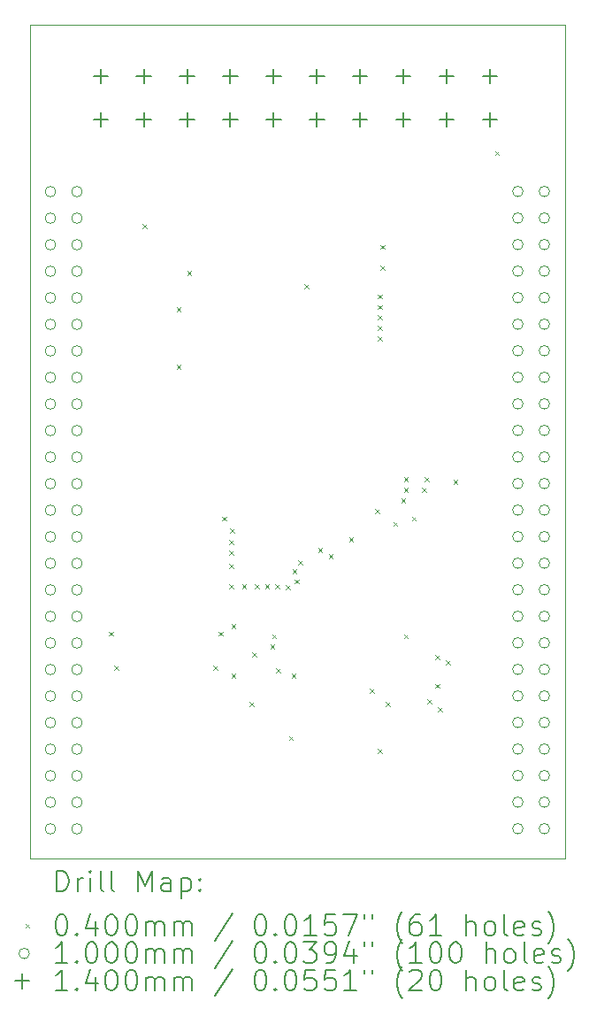
<source format=gbr>
%TF.GenerationSoftware,KiCad,Pcbnew,7.0.6*%
%TF.CreationDate,2023-07-13T10:31:53-07:00*%
%TF.ProjectId,pcb,7063622e-6b69-4636-9164-5f7063625858,rev?*%
%TF.SameCoordinates,Original*%
%TF.FileFunction,Drillmap*%
%TF.FilePolarity,Positive*%
%FSLAX45Y45*%
G04 Gerber Fmt 4.5, Leading zero omitted, Abs format (unit mm)*
G04 Created by KiCad (PCBNEW 7.0.6) date 2023-07-13 10:31:53*
%MOMM*%
%LPD*%
G01*
G04 APERTURE LIST*
%ADD10C,0.100000*%
%ADD11C,0.200000*%
%ADD12C,0.040000*%
%ADD13C,0.140000*%
G04 APERTURE END LIST*
D10*
X6075000Y-3825000D02*
X11200000Y-3825000D01*
X11200000Y-11800000D01*
X6075000Y-11800000D01*
X6075000Y-3825000D01*
D11*
D12*
X6830000Y-9630000D02*
X6870000Y-9670000D01*
X6870000Y-9630000D02*
X6830000Y-9670000D01*
X6880000Y-9955000D02*
X6920000Y-9995000D01*
X6920000Y-9955000D02*
X6880000Y-9995000D01*
X7155000Y-5730000D02*
X7195000Y-5770000D01*
X7195000Y-5730000D02*
X7155000Y-5770000D01*
X7480000Y-6530000D02*
X7520000Y-6570000D01*
X7520000Y-6530000D02*
X7480000Y-6570000D01*
X7480000Y-7080000D02*
X7520000Y-7120000D01*
X7520000Y-7080000D02*
X7480000Y-7120000D01*
X7580000Y-6180000D02*
X7620000Y-6220000D01*
X7620000Y-6180000D02*
X7580000Y-6220000D01*
X7830000Y-9955000D02*
X7870000Y-9995000D01*
X7870000Y-9955000D02*
X7830000Y-9995000D01*
X7880000Y-9630000D02*
X7920000Y-9670000D01*
X7920000Y-9630000D02*
X7880000Y-9670000D01*
X7917450Y-8530000D02*
X7957450Y-8570000D01*
X7957450Y-8530000D02*
X7917450Y-8570000D01*
X7980000Y-8755000D02*
X8020000Y-8795000D01*
X8020000Y-8755000D02*
X7980000Y-8795000D01*
X7980000Y-9180000D02*
X8020000Y-9220000D01*
X8020000Y-9180000D02*
X7980000Y-9220000D01*
X7981230Y-8981230D02*
X8021230Y-9021230D01*
X8021230Y-8981230D02*
X7981230Y-9021230D01*
X7981255Y-8856205D02*
X8021255Y-8896205D01*
X8021255Y-8856205D02*
X7981255Y-8896205D01*
X7991270Y-8641270D02*
X8031270Y-8681270D01*
X8031270Y-8641270D02*
X7991270Y-8681270D01*
X8005000Y-9557550D02*
X8045000Y-9597550D01*
X8045000Y-9557550D02*
X8005000Y-9597550D01*
X8005000Y-10030000D02*
X8045000Y-10070000D01*
X8045000Y-10030000D02*
X8005000Y-10070000D01*
X8105000Y-9180000D02*
X8145000Y-9220000D01*
X8145000Y-9180000D02*
X8105000Y-9220000D01*
X8180000Y-10305000D02*
X8220000Y-10345000D01*
X8220000Y-10305000D02*
X8180000Y-10345000D01*
X8205000Y-9830000D02*
X8245000Y-9870000D01*
X8245000Y-9830000D02*
X8205000Y-9870000D01*
X8225958Y-9179998D02*
X8265958Y-9219998D01*
X8265958Y-9179998D02*
X8225958Y-9219998D01*
X8325908Y-9180047D02*
X8365908Y-9220047D01*
X8365908Y-9180047D02*
X8325908Y-9220047D01*
X8377450Y-9755000D02*
X8417450Y-9795000D01*
X8417450Y-9755000D02*
X8377450Y-9795000D01*
X8392734Y-9656225D02*
X8432734Y-9696225D01*
X8432734Y-9656225D02*
X8392734Y-9696225D01*
X8425852Y-9178900D02*
X8465852Y-9218900D01*
X8465852Y-9178900D02*
X8425852Y-9218900D01*
X8430000Y-9980000D02*
X8470000Y-10020000D01*
X8470000Y-9980000D02*
X8430000Y-10020000D01*
X8525731Y-9182669D02*
X8565731Y-9222669D01*
X8565731Y-9182669D02*
X8525731Y-9222669D01*
X8555000Y-10630000D02*
X8595000Y-10670000D01*
X8595000Y-10630000D02*
X8555000Y-10670000D01*
X8580000Y-10030000D02*
X8620000Y-10070000D01*
X8620000Y-10030000D02*
X8580000Y-10070000D01*
X8588812Y-9032113D02*
X8628812Y-9072113D01*
X8628812Y-9032113D02*
X8588812Y-9072113D01*
X8610483Y-9129686D02*
X8650483Y-9169686D01*
X8650483Y-9129686D02*
X8610483Y-9169686D01*
X8640050Y-8946295D02*
X8680050Y-8986295D01*
X8680050Y-8946295D02*
X8640050Y-8986295D01*
X8705000Y-6305000D02*
X8745000Y-6345000D01*
X8745000Y-6305000D02*
X8705000Y-6345000D01*
X8832956Y-8832589D02*
X8872956Y-8872589D01*
X8872956Y-8832589D02*
X8832956Y-8872589D01*
X8935377Y-8887550D02*
X8975377Y-8927550D01*
X8975377Y-8887550D02*
X8935377Y-8927550D01*
X9130000Y-8730000D02*
X9170000Y-8770000D01*
X9170000Y-8730000D02*
X9130000Y-8770000D01*
X9330045Y-10177495D02*
X9370045Y-10217495D01*
X9370045Y-10177495D02*
X9330045Y-10217495D01*
X9378770Y-8456230D02*
X9418770Y-8496230D01*
X9418770Y-8456230D02*
X9378770Y-8496230D01*
X9405000Y-6405199D02*
X9445000Y-6445199D01*
X9445000Y-6405199D02*
X9405000Y-6445199D01*
X9405000Y-6505149D02*
X9445000Y-6545149D01*
X9445000Y-6505149D02*
X9405000Y-6545149D01*
X9405000Y-6605099D02*
X9445000Y-6645099D01*
X9445000Y-6605099D02*
X9405000Y-6645099D01*
X9405000Y-6705050D02*
X9445000Y-6745050D01*
X9445000Y-6705050D02*
X9405000Y-6745050D01*
X9405000Y-6805000D02*
X9445000Y-6845000D01*
X9445000Y-6805000D02*
X9405000Y-6845000D01*
X9405000Y-10755000D02*
X9445000Y-10795000D01*
X9445000Y-10755000D02*
X9405000Y-10795000D01*
X9430000Y-5930000D02*
X9470000Y-5970000D01*
X9470000Y-5930000D02*
X9430000Y-5970000D01*
X9430000Y-6130000D02*
X9470000Y-6170000D01*
X9470000Y-6130000D02*
X9430000Y-6170000D01*
X9480000Y-10305000D02*
X9520000Y-10345000D01*
X9520000Y-10305000D02*
X9480000Y-10345000D01*
X9552450Y-8580000D02*
X9592450Y-8620000D01*
X9592450Y-8580000D02*
X9552450Y-8620000D01*
X9630000Y-8355000D02*
X9670000Y-8395000D01*
X9670000Y-8355000D02*
X9630000Y-8395000D01*
X9655000Y-8155000D02*
X9695000Y-8195000D01*
X9695000Y-8155000D02*
X9655000Y-8195000D01*
X9655000Y-8254950D02*
X9695000Y-8294950D01*
X9695000Y-8254950D02*
X9655000Y-8294950D01*
X9655000Y-9655000D02*
X9695000Y-9695000D01*
X9695000Y-9655000D02*
X9655000Y-9695000D01*
X9730000Y-8530000D02*
X9770000Y-8570000D01*
X9770000Y-8530000D02*
X9730000Y-8570000D01*
X9830000Y-8255000D02*
X9870000Y-8295000D01*
X9870000Y-8255000D02*
X9830000Y-8295000D01*
X9855000Y-8155000D02*
X9895000Y-8195000D01*
X9895000Y-8155000D02*
X9855000Y-8195000D01*
X9880000Y-10280000D02*
X9920000Y-10320000D01*
X9920000Y-10280000D02*
X9880000Y-10320000D01*
X9955000Y-9855000D02*
X9995000Y-9895000D01*
X9995000Y-9855000D02*
X9955000Y-9895000D01*
X9956230Y-10128770D02*
X9996230Y-10168770D01*
X9996230Y-10128770D02*
X9956230Y-10168770D01*
X9980000Y-10355000D02*
X10020000Y-10395000D01*
X10020000Y-10355000D02*
X9980000Y-10395000D01*
X10056230Y-9903770D02*
X10096230Y-9943770D01*
X10096230Y-9903770D02*
X10056230Y-9943770D01*
X10130000Y-8180000D02*
X10170000Y-8220000D01*
X10170000Y-8180000D02*
X10130000Y-8220000D01*
X10526085Y-5033915D02*
X10566085Y-5073915D01*
X10566085Y-5033915D02*
X10526085Y-5073915D01*
D10*
X6321000Y-5421000D02*
G75*
G03*
X6321000Y-5421000I-50000J0D01*
G01*
X6321000Y-5675000D02*
G75*
G03*
X6321000Y-5675000I-50000J0D01*
G01*
X6321000Y-5929000D02*
G75*
G03*
X6321000Y-5929000I-50000J0D01*
G01*
X6321000Y-6183000D02*
G75*
G03*
X6321000Y-6183000I-50000J0D01*
G01*
X6321000Y-6437000D02*
G75*
G03*
X6321000Y-6437000I-50000J0D01*
G01*
X6321000Y-6691000D02*
G75*
G03*
X6321000Y-6691000I-50000J0D01*
G01*
X6321000Y-6945000D02*
G75*
G03*
X6321000Y-6945000I-50000J0D01*
G01*
X6321000Y-7199000D02*
G75*
G03*
X6321000Y-7199000I-50000J0D01*
G01*
X6321000Y-7453000D02*
G75*
G03*
X6321000Y-7453000I-50000J0D01*
G01*
X6321000Y-7707000D02*
G75*
G03*
X6321000Y-7707000I-50000J0D01*
G01*
X6321000Y-7961000D02*
G75*
G03*
X6321000Y-7961000I-50000J0D01*
G01*
X6321000Y-8215000D02*
G75*
G03*
X6321000Y-8215000I-50000J0D01*
G01*
X6321000Y-8469000D02*
G75*
G03*
X6321000Y-8469000I-50000J0D01*
G01*
X6321000Y-8723000D02*
G75*
G03*
X6321000Y-8723000I-50000J0D01*
G01*
X6321000Y-8977000D02*
G75*
G03*
X6321000Y-8977000I-50000J0D01*
G01*
X6321000Y-9231000D02*
G75*
G03*
X6321000Y-9231000I-50000J0D01*
G01*
X6321000Y-9485000D02*
G75*
G03*
X6321000Y-9485000I-50000J0D01*
G01*
X6321000Y-9739000D02*
G75*
G03*
X6321000Y-9739000I-50000J0D01*
G01*
X6321000Y-9993000D02*
G75*
G03*
X6321000Y-9993000I-50000J0D01*
G01*
X6321000Y-10247000D02*
G75*
G03*
X6321000Y-10247000I-50000J0D01*
G01*
X6321000Y-10501000D02*
G75*
G03*
X6321000Y-10501000I-50000J0D01*
G01*
X6321000Y-10755000D02*
G75*
G03*
X6321000Y-10755000I-50000J0D01*
G01*
X6321000Y-11009000D02*
G75*
G03*
X6321000Y-11009000I-50000J0D01*
G01*
X6321000Y-11263000D02*
G75*
G03*
X6321000Y-11263000I-50000J0D01*
G01*
X6321000Y-11517000D02*
G75*
G03*
X6321000Y-11517000I-50000J0D01*
G01*
X6575000Y-5421000D02*
G75*
G03*
X6575000Y-5421000I-50000J0D01*
G01*
X6575000Y-5675000D02*
G75*
G03*
X6575000Y-5675000I-50000J0D01*
G01*
X6575000Y-5929000D02*
G75*
G03*
X6575000Y-5929000I-50000J0D01*
G01*
X6575000Y-6183000D02*
G75*
G03*
X6575000Y-6183000I-50000J0D01*
G01*
X6575000Y-6437000D02*
G75*
G03*
X6575000Y-6437000I-50000J0D01*
G01*
X6575000Y-6691000D02*
G75*
G03*
X6575000Y-6691000I-50000J0D01*
G01*
X6575000Y-6945000D02*
G75*
G03*
X6575000Y-6945000I-50000J0D01*
G01*
X6575000Y-7199000D02*
G75*
G03*
X6575000Y-7199000I-50000J0D01*
G01*
X6575000Y-7453000D02*
G75*
G03*
X6575000Y-7453000I-50000J0D01*
G01*
X6575000Y-7707000D02*
G75*
G03*
X6575000Y-7707000I-50000J0D01*
G01*
X6575000Y-7961000D02*
G75*
G03*
X6575000Y-7961000I-50000J0D01*
G01*
X6575000Y-8215000D02*
G75*
G03*
X6575000Y-8215000I-50000J0D01*
G01*
X6575000Y-8469000D02*
G75*
G03*
X6575000Y-8469000I-50000J0D01*
G01*
X6575000Y-8723000D02*
G75*
G03*
X6575000Y-8723000I-50000J0D01*
G01*
X6575000Y-8977000D02*
G75*
G03*
X6575000Y-8977000I-50000J0D01*
G01*
X6575000Y-9231000D02*
G75*
G03*
X6575000Y-9231000I-50000J0D01*
G01*
X6575000Y-9485000D02*
G75*
G03*
X6575000Y-9485000I-50000J0D01*
G01*
X6575000Y-9739000D02*
G75*
G03*
X6575000Y-9739000I-50000J0D01*
G01*
X6575000Y-9993000D02*
G75*
G03*
X6575000Y-9993000I-50000J0D01*
G01*
X6575000Y-10247000D02*
G75*
G03*
X6575000Y-10247000I-50000J0D01*
G01*
X6575000Y-10501000D02*
G75*
G03*
X6575000Y-10501000I-50000J0D01*
G01*
X6575000Y-10755000D02*
G75*
G03*
X6575000Y-10755000I-50000J0D01*
G01*
X6575000Y-11009000D02*
G75*
G03*
X6575000Y-11009000I-50000J0D01*
G01*
X6575000Y-11263000D02*
G75*
G03*
X6575000Y-11263000I-50000J0D01*
G01*
X6575000Y-11517000D02*
G75*
G03*
X6575000Y-11517000I-50000J0D01*
G01*
X10796000Y-5420000D02*
G75*
G03*
X10796000Y-5420000I-50000J0D01*
G01*
X10796000Y-5674000D02*
G75*
G03*
X10796000Y-5674000I-50000J0D01*
G01*
X10796000Y-5928000D02*
G75*
G03*
X10796000Y-5928000I-50000J0D01*
G01*
X10796000Y-6182000D02*
G75*
G03*
X10796000Y-6182000I-50000J0D01*
G01*
X10796000Y-6436000D02*
G75*
G03*
X10796000Y-6436000I-50000J0D01*
G01*
X10796000Y-6690000D02*
G75*
G03*
X10796000Y-6690000I-50000J0D01*
G01*
X10796000Y-6944000D02*
G75*
G03*
X10796000Y-6944000I-50000J0D01*
G01*
X10796000Y-7198000D02*
G75*
G03*
X10796000Y-7198000I-50000J0D01*
G01*
X10796000Y-7452000D02*
G75*
G03*
X10796000Y-7452000I-50000J0D01*
G01*
X10796000Y-7706000D02*
G75*
G03*
X10796000Y-7706000I-50000J0D01*
G01*
X10796000Y-7960000D02*
G75*
G03*
X10796000Y-7960000I-50000J0D01*
G01*
X10796000Y-8214000D02*
G75*
G03*
X10796000Y-8214000I-50000J0D01*
G01*
X10796000Y-8468000D02*
G75*
G03*
X10796000Y-8468000I-50000J0D01*
G01*
X10796000Y-8722000D02*
G75*
G03*
X10796000Y-8722000I-50000J0D01*
G01*
X10796000Y-8976000D02*
G75*
G03*
X10796000Y-8976000I-50000J0D01*
G01*
X10796000Y-9230000D02*
G75*
G03*
X10796000Y-9230000I-50000J0D01*
G01*
X10796000Y-9484000D02*
G75*
G03*
X10796000Y-9484000I-50000J0D01*
G01*
X10796000Y-9738000D02*
G75*
G03*
X10796000Y-9738000I-50000J0D01*
G01*
X10796000Y-9992000D02*
G75*
G03*
X10796000Y-9992000I-50000J0D01*
G01*
X10796000Y-10246000D02*
G75*
G03*
X10796000Y-10246000I-50000J0D01*
G01*
X10796000Y-10500000D02*
G75*
G03*
X10796000Y-10500000I-50000J0D01*
G01*
X10796000Y-10754000D02*
G75*
G03*
X10796000Y-10754000I-50000J0D01*
G01*
X10796000Y-11008000D02*
G75*
G03*
X10796000Y-11008000I-50000J0D01*
G01*
X10796000Y-11262000D02*
G75*
G03*
X10796000Y-11262000I-50000J0D01*
G01*
X10796000Y-11516000D02*
G75*
G03*
X10796000Y-11516000I-50000J0D01*
G01*
X11050000Y-5420000D02*
G75*
G03*
X11050000Y-5420000I-50000J0D01*
G01*
X11050000Y-5674000D02*
G75*
G03*
X11050000Y-5674000I-50000J0D01*
G01*
X11050000Y-5928000D02*
G75*
G03*
X11050000Y-5928000I-50000J0D01*
G01*
X11050000Y-6182000D02*
G75*
G03*
X11050000Y-6182000I-50000J0D01*
G01*
X11050000Y-6436000D02*
G75*
G03*
X11050000Y-6436000I-50000J0D01*
G01*
X11050000Y-6690000D02*
G75*
G03*
X11050000Y-6690000I-50000J0D01*
G01*
X11050000Y-6944000D02*
G75*
G03*
X11050000Y-6944000I-50000J0D01*
G01*
X11050000Y-7198000D02*
G75*
G03*
X11050000Y-7198000I-50000J0D01*
G01*
X11050000Y-7452000D02*
G75*
G03*
X11050000Y-7452000I-50000J0D01*
G01*
X11050000Y-7706000D02*
G75*
G03*
X11050000Y-7706000I-50000J0D01*
G01*
X11050000Y-7960000D02*
G75*
G03*
X11050000Y-7960000I-50000J0D01*
G01*
X11050000Y-8214000D02*
G75*
G03*
X11050000Y-8214000I-50000J0D01*
G01*
X11050000Y-8468000D02*
G75*
G03*
X11050000Y-8468000I-50000J0D01*
G01*
X11050000Y-8722000D02*
G75*
G03*
X11050000Y-8722000I-50000J0D01*
G01*
X11050000Y-8976000D02*
G75*
G03*
X11050000Y-8976000I-50000J0D01*
G01*
X11050000Y-9230000D02*
G75*
G03*
X11050000Y-9230000I-50000J0D01*
G01*
X11050000Y-9484000D02*
G75*
G03*
X11050000Y-9484000I-50000J0D01*
G01*
X11050000Y-9738000D02*
G75*
G03*
X11050000Y-9738000I-50000J0D01*
G01*
X11050000Y-9992000D02*
G75*
G03*
X11050000Y-9992000I-50000J0D01*
G01*
X11050000Y-10246000D02*
G75*
G03*
X11050000Y-10246000I-50000J0D01*
G01*
X11050000Y-10500000D02*
G75*
G03*
X11050000Y-10500000I-50000J0D01*
G01*
X11050000Y-10754000D02*
G75*
G03*
X11050000Y-10754000I-50000J0D01*
G01*
X11050000Y-11008000D02*
G75*
G03*
X11050000Y-11008000I-50000J0D01*
G01*
X11050000Y-11262000D02*
G75*
G03*
X11050000Y-11262000I-50000J0D01*
G01*
X11050000Y-11516000D02*
G75*
G03*
X11050000Y-11516000I-50000J0D01*
G01*
D13*
X6752000Y-4248000D02*
X6752000Y-4388000D01*
X6682000Y-4318000D02*
X6822000Y-4318000D01*
X6752000Y-4662000D02*
X6752000Y-4802000D01*
X6682000Y-4732000D02*
X6822000Y-4732000D01*
X7166000Y-4248000D02*
X7166000Y-4388000D01*
X7096000Y-4318000D02*
X7236000Y-4318000D01*
X7166000Y-4662000D02*
X7166000Y-4802000D01*
X7096000Y-4732000D02*
X7236000Y-4732000D01*
X7580000Y-4248000D02*
X7580000Y-4388000D01*
X7510000Y-4318000D02*
X7650000Y-4318000D01*
X7580000Y-4662000D02*
X7580000Y-4802000D01*
X7510000Y-4732000D02*
X7650000Y-4732000D01*
X7994000Y-4248000D02*
X7994000Y-4388000D01*
X7924000Y-4318000D02*
X8064000Y-4318000D01*
X7994000Y-4662000D02*
X7994000Y-4802000D01*
X7924000Y-4732000D02*
X8064000Y-4732000D01*
X8408000Y-4248000D02*
X8408000Y-4388000D01*
X8338000Y-4318000D02*
X8478000Y-4318000D01*
X8408000Y-4662000D02*
X8408000Y-4802000D01*
X8338000Y-4732000D02*
X8478000Y-4732000D01*
X8822000Y-4248000D02*
X8822000Y-4388000D01*
X8752000Y-4318000D02*
X8892000Y-4318000D01*
X8822000Y-4662000D02*
X8822000Y-4802000D01*
X8752000Y-4732000D02*
X8892000Y-4732000D01*
X9236000Y-4248000D02*
X9236000Y-4388000D01*
X9166000Y-4318000D02*
X9306000Y-4318000D01*
X9236000Y-4662000D02*
X9236000Y-4802000D01*
X9166000Y-4732000D02*
X9306000Y-4732000D01*
X9650000Y-4248000D02*
X9650000Y-4388000D01*
X9580000Y-4318000D02*
X9720000Y-4318000D01*
X9650000Y-4662000D02*
X9650000Y-4802000D01*
X9580000Y-4732000D02*
X9720000Y-4732000D01*
X10064000Y-4248000D02*
X10064000Y-4388000D01*
X9994000Y-4318000D02*
X10134000Y-4318000D01*
X10064000Y-4662000D02*
X10064000Y-4802000D01*
X9994000Y-4732000D02*
X10134000Y-4732000D01*
X10478000Y-4248000D02*
X10478000Y-4388000D01*
X10408000Y-4318000D02*
X10548000Y-4318000D01*
X10478000Y-4662000D02*
X10478000Y-4802000D01*
X10408000Y-4732000D02*
X10548000Y-4732000D01*
D11*
X6330777Y-12116484D02*
X6330777Y-11916484D01*
X6330777Y-11916484D02*
X6378396Y-11916484D01*
X6378396Y-11916484D02*
X6406967Y-11926008D01*
X6406967Y-11926008D02*
X6426015Y-11945055D01*
X6426015Y-11945055D02*
X6435539Y-11964103D01*
X6435539Y-11964103D02*
X6445062Y-12002198D01*
X6445062Y-12002198D02*
X6445062Y-12030769D01*
X6445062Y-12030769D02*
X6435539Y-12068865D01*
X6435539Y-12068865D02*
X6426015Y-12087912D01*
X6426015Y-12087912D02*
X6406967Y-12106960D01*
X6406967Y-12106960D02*
X6378396Y-12116484D01*
X6378396Y-12116484D02*
X6330777Y-12116484D01*
X6530777Y-12116484D02*
X6530777Y-11983150D01*
X6530777Y-12021246D02*
X6540301Y-12002198D01*
X6540301Y-12002198D02*
X6549824Y-11992674D01*
X6549824Y-11992674D02*
X6568872Y-11983150D01*
X6568872Y-11983150D02*
X6587920Y-11983150D01*
X6654586Y-12116484D02*
X6654586Y-11983150D01*
X6654586Y-11916484D02*
X6645062Y-11926008D01*
X6645062Y-11926008D02*
X6654586Y-11935531D01*
X6654586Y-11935531D02*
X6664110Y-11926008D01*
X6664110Y-11926008D02*
X6654586Y-11916484D01*
X6654586Y-11916484D02*
X6654586Y-11935531D01*
X6778396Y-12116484D02*
X6759348Y-12106960D01*
X6759348Y-12106960D02*
X6749824Y-12087912D01*
X6749824Y-12087912D02*
X6749824Y-11916484D01*
X6883158Y-12116484D02*
X6864110Y-12106960D01*
X6864110Y-12106960D02*
X6854586Y-12087912D01*
X6854586Y-12087912D02*
X6854586Y-11916484D01*
X7111729Y-12116484D02*
X7111729Y-11916484D01*
X7111729Y-11916484D02*
X7178396Y-12059341D01*
X7178396Y-12059341D02*
X7245062Y-11916484D01*
X7245062Y-11916484D02*
X7245062Y-12116484D01*
X7426015Y-12116484D02*
X7426015Y-12011722D01*
X7426015Y-12011722D02*
X7416491Y-11992674D01*
X7416491Y-11992674D02*
X7397443Y-11983150D01*
X7397443Y-11983150D02*
X7359348Y-11983150D01*
X7359348Y-11983150D02*
X7340301Y-11992674D01*
X7426015Y-12106960D02*
X7406967Y-12116484D01*
X7406967Y-12116484D02*
X7359348Y-12116484D01*
X7359348Y-12116484D02*
X7340301Y-12106960D01*
X7340301Y-12106960D02*
X7330777Y-12087912D01*
X7330777Y-12087912D02*
X7330777Y-12068865D01*
X7330777Y-12068865D02*
X7340301Y-12049817D01*
X7340301Y-12049817D02*
X7359348Y-12040293D01*
X7359348Y-12040293D02*
X7406967Y-12040293D01*
X7406967Y-12040293D02*
X7426015Y-12030769D01*
X7521253Y-11983150D02*
X7521253Y-12183150D01*
X7521253Y-11992674D02*
X7540301Y-11983150D01*
X7540301Y-11983150D02*
X7578396Y-11983150D01*
X7578396Y-11983150D02*
X7597443Y-11992674D01*
X7597443Y-11992674D02*
X7606967Y-12002198D01*
X7606967Y-12002198D02*
X7616491Y-12021246D01*
X7616491Y-12021246D02*
X7616491Y-12078388D01*
X7616491Y-12078388D02*
X7606967Y-12097436D01*
X7606967Y-12097436D02*
X7597443Y-12106960D01*
X7597443Y-12106960D02*
X7578396Y-12116484D01*
X7578396Y-12116484D02*
X7540301Y-12116484D01*
X7540301Y-12116484D02*
X7521253Y-12106960D01*
X7702205Y-12097436D02*
X7711729Y-12106960D01*
X7711729Y-12106960D02*
X7702205Y-12116484D01*
X7702205Y-12116484D02*
X7692682Y-12106960D01*
X7692682Y-12106960D02*
X7702205Y-12097436D01*
X7702205Y-12097436D02*
X7702205Y-12116484D01*
X7702205Y-11992674D02*
X7711729Y-12002198D01*
X7711729Y-12002198D02*
X7702205Y-12011722D01*
X7702205Y-12011722D02*
X7692682Y-12002198D01*
X7692682Y-12002198D02*
X7702205Y-11992674D01*
X7702205Y-11992674D02*
X7702205Y-12011722D01*
D12*
X6030000Y-12425000D02*
X6070000Y-12465000D01*
X6070000Y-12425000D02*
X6030000Y-12465000D01*
D11*
X6368872Y-12336484D02*
X6387920Y-12336484D01*
X6387920Y-12336484D02*
X6406967Y-12346008D01*
X6406967Y-12346008D02*
X6416491Y-12355531D01*
X6416491Y-12355531D02*
X6426015Y-12374579D01*
X6426015Y-12374579D02*
X6435539Y-12412674D01*
X6435539Y-12412674D02*
X6435539Y-12460293D01*
X6435539Y-12460293D02*
X6426015Y-12498388D01*
X6426015Y-12498388D02*
X6416491Y-12517436D01*
X6416491Y-12517436D02*
X6406967Y-12526960D01*
X6406967Y-12526960D02*
X6387920Y-12536484D01*
X6387920Y-12536484D02*
X6368872Y-12536484D01*
X6368872Y-12536484D02*
X6349824Y-12526960D01*
X6349824Y-12526960D02*
X6340301Y-12517436D01*
X6340301Y-12517436D02*
X6330777Y-12498388D01*
X6330777Y-12498388D02*
X6321253Y-12460293D01*
X6321253Y-12460293D02*
X6321253Y-12412674D01*
X6321253Y-12412674D02*
X6330777Y-12374579D01*
X6330777Y-12374579D02*
X6340301Y-12355531D01*
X6340301Y-12355531D02*
X6349824Y-12346008D01*
X6349824Y-12346008D02*
X6368872Y-12336484D01*
X6521253Y-12517436D02*
X6530777Y-12526960D01*
X6530777Y-12526960D02*
X6521253Y-12536484D01*
X6521253Y-12536484D02*
X6511729Y-12526960D01*
X6511729Y-12526960D02*
X6521253Y-12517436D01*
X6521253Y-12517436D02*
X6521253Y-12536484D01*
X6702205Y-12403150D02*
X6702205Y-12536484D01*
X6654586Y-12326960D02*
X6606967Y-12469817D01*
X6606967Y-12469817D02*
X6730777Y-12469817D01*
X6845062Y-12336484D02*
X6864110Y-12336484D01*
X6864110Y-12336484D02*
X6883158Y-12346008D01*
X6883158Y-12346008D02*
X6892682Y-12355531D01*
X6892682Y-12355531D02*
X6902205Y-12374579D01*
X6902205Y-12374579D02*
X6911729Y-12412674D01*
X6911729Y-12412674D02*
X6911729Y-12460293D01*
X6911729Y-12460293D02*
X6902205Y-12498388D01*
X6902205Y-12498388D02*
X6892682Y-12517436D01*
X6892682Y-12517436D02*
X6883158Y-12526960D01*
X6883158Y-12526960D02*
X6864110Y-12536484D01*
X6864110Y-12536484D02*
X6845062Y-12536484D01*
X6845062Y-12536484D02*
X6826015Y-12526960D01*
X6826015Y-12526960D02*
X6816491Y-12517436D01*
X6816491Y-12517436D02*
X6806967Y-12498388D01*
X6806967Y-12498388D02*
X6797443Y-12460293D01*
X6797443Y-12460293D02*
X6797443Y-12412674D01*
X6797443Y-12412674D02*
X6806967Y-12374579D01*
X6806967Y-12374579D02*
X6816491Y-12355531D01*
X6816491Y-12355531D02*
X6826015Y-12346008D01*
X6826015Y-12346008D02*
X6845062Y-12336484D01*
X7035539Y-12336484D02*
X7054586Y-12336484D01*
X7054586Y-12336484D02*
X7073634Y-12346008D01*
X7073634Y-12346008D02*
X7083158Y-12355531D01*
X7083158Y-12355531D02*
X7092682Y-12374579D01*
X7092682Y-12374579D02*
X7102205Y-12412674D01*
X7102205Y-12412674D02*
X7102205Y-12460293D01*
X7102205Y-12460293D02*
X7092682Y-12498388D01*
X7092682Y-12498388D02*
X7083158Y-12517436D01*
X7083158Y-12517436D02*
X7073634Y-12526960D01*
X7073634Y-12526960D02*
X7054586Y-12536484D01*
X7054586Y-12536484D02*
X7035539Y-12536484D01*
X7035539Y-12536484D02*
X7016491Y-12526960D01*
X7016491Y-12526960D02*
X7006967Y-12517436D01*
X7006967Y-12517436D02*
X6997443Y-12498388D01*
X6997443Y-12498388D02*
X6987920Y-12460293D01*
X6987920Y-12460293D02*
X6987920Y-12412674D01*
X6987920Y-12412674D02*
X6997443Y-12374579D01*
X6997443Y-12374579D02*
X7006967Y-12355531D01*
X7006967Y-12355531D02*
X7016491Y-12346008D01*
X7016491Y-12346008D02*
X7035539Y-12336484D01*
X7187920Y-12536484D02*
X7187920Y-12403150D01*
X7187920Y-12422198D02*
X7197443Y-12412674D01*
X7197443Y-12412674D02*
X7216491Y-12403150D01*
X7216491Y-12403150D02*
X7245063Y-12403150D01*
X7245063Y-12403150D02*
X7264110Y-12412674D01*
X7264110Y-12412674D02*
X7273634Y-12431722D01*
X7273634Y-12431722D02*
X7273634Y-12536484D01*
X7273634Y-12431722D02*
X7283158Y-12412674D01*
X7283158Y-12412674D02*
X7302205Y-12403150D01*
X7302205Y-12403150D02*
X7330777Y-12403150D01*
X7330777Y-12403150D02*
X7349824Y-12412674D01*
X7349824Y-12412674D02*
X7359348Y-12431722D01*
X7359348Y-12431722D02*
X7359348Y-12536484D01*
X7454586Y-12536484D02*
X7454586Y-12403150D01*
X7454586Y-12422198D02*
X7464110Y-12412674D01*
X7464110Y-12412674D02*
X7483158Y-12403150D01*
X7483158Y-12403150D02*
X7511729Y-12403150D01*
X7511729Y-12403150D02*
X7530777Y-12412674D01*
X7530777Y-12412674D02*
X7540301Y-12431722D01*
X7540301Y-12431722D02*
X7540301Y-12536484D01*
X7540301Y-12431722D02*
X7549824Y-12412674D01*
X7549824Y-12412674D02*
X7568872Y-12403150D01*
X7568872Y-12403150D02*
X7597443Y-12403150D01*
X7597443Y-12403150D02*
X7616491Y-12412674D01*
X7616491Y-12412674D02*
X7626015Y-12431722D01*
X7626015Y-12431722D02*
X7626015Y-12536484D01*
X8016491Y-12326960D02*
X7845063Y-12584103D01*
X8273634Y-12336484D02*
X8292682Y-12336484D01*
X8292682Y-12336484D02*
X8311729Y-12346008D01*
X8311729Y-12346008D02*
X8321253Y-12355531D01*
X8321253Y-12355531D02*
X8330777Y-12374579D01*
X8330777Y-12374579D02*
X8340301Y-12412674D01*
X8340301Y-12412674D02*
X8340301Y-12460293D01*
X8340301Y-12460293D02*
X8330777Y-12498388D01*
X8330777Y-12498388D02*
X8321253Y-12517436D01*
X8321253Y-12517436D02*
X8311729Y-12526960D01*
X8311729Y-12526960D02*
X8292682Y-12536484D01*
X8292682Y-12536484D02*
X8273634Y-12536484D01*
X8273634Y-12536484D02*
X8254586Y-12526960D01*
X8254586Y-12526960D02*
X8245063Y-12517436D01*
X8245063Y-12517436D02*
X8235539Y-12498388D01*
X8235539Y-12498388D02*
X8226015Y-12460293D01*
X8226015Y-12460293D02*
X8226015Y-12412674D01*
X8226015Y-12412674D02*
X8235539Y-12374579D01*
X8235539Y-12374579D02*
X8245063Y-12355531D01*
X8245063Y-12355531D02*
X8254586Y-12346008D01*
X8254586Y-12346008D02*
X8273634Y-12336484D01*
X8426015Y-12517436D02*
X8435539Y-12526960D01*
X8435539Y-12526960D02*
X8426015Y-12536484D01*
X8426015Y-12536484D02*
X8416491Y-12526960D01*
X8416491Y-12526960D02*
X8426015Y-12517436D01*
X8426015Y-12517436D02*
X8426015Y-12536484D01*
X8559348Y-12336484D02*
X8578396Y-12336484D01*
X8578396Y-12336484D02*
X8597444Y-12346008D01*
X8597444Y-12346008D02*
X8606968Y-12355531D01*
X8606968Y-12355531D02*
X8616491Y-12374579D01*
X8616491Y-12374579D02*
X8626015Y-12412674D01*
X8626015Y-12412674D02*
X8626015Y-12460293D01*
X8626015Y-12460293D02*
X8616491Y-12498388D01*
X8616491Y-12498388D02*
X8606968Y-12517436D01*
X8606968Y-12517436D02*
X8597444Y-12526960D01*
X8597444Y-12526960D02*
X8578396Y-12536484D01*
X8578396Y-12536484D02*
X8559348Y-12536484D01*
X8559348Y-12536484D02*
X8540301Y-12526960D01*
X8540301Y-12526960D02*
X8530777Y-12517436D01*
X8530777Y-12517436D02*
X8521253Y-12498388D01*
X8521253Y-12498388D02*
X8511729Y-12460293D01*
X8511729Y-12460293D02*
X8511729Y-12412674D01*
X8511729Y-12412674D02*
X8521253Y-12374579D01*
X8521253Y-12374579D02*
X8530777Y-12355531D01*
X8530777Y-12355531D02*
X8540301Y-12346008D01*
X8540301Y-12346008D02*
X8559348Y-12336484D01*
X8816491Y-12536484D02*
X8702206Y-12536484D01*
X8759348Y-12536484D02*
X8759348Y-12336484D01*
X8759348Y-12336484D02*
X8740301Y-12365055D01*
X8740301Y-12365055D02*
X8721253Y-12384103D01*
X8721253Y-12384103D02*
X8702206Y-12393627D01*
X8997444Y-12336484D02*
X8902206Y-12336484D01*
X8902206Y-12336484D02*
X8892682Y-12431722D01*
X8892682Y-12431722D02*
X8902206Y-12422198D01*
X8902206Y-12422198D02*
X8921253Y-12412674D01*
X8921253Y-12412674D02*
X8968872Y-12412674D01*
X8968872Y-12412674D02*
X8987920Y-12422198D01*
X8987920Y-12422198D02*
X8997444Y-12431722D01*
X8997444Y-12431722D02*
X9006968Y-12450769D01*
X9006968Y-12450769D02*
X9006968Y-12498388D01*
X9006968Y-12498388D02*
X8997444Y-12517436D01*
X8997444Y-12517436D02*
X8987920Y-12526960D01*
X8987920Y-12526960D02*
X8968872Y-12536484D01*
X8968872Y-12536484D02*
X8921253Y-12536484D01*
X8921253Y-12536484D02*
X8902206Y-12526960D01*
X8902206Y-12526960D02*
X8892682Y-12517436D01*
X9073634Y-12336484D02*
X9206968Y-12336484D01*
X9206968Y-12336484D02*
X9121253Y-12536484D01*
X9273634Y-12336484D02*
X9273634Y-12374579D01*
X9349825Y-12336484D02*
X9349825Y-12374579D01*
X9645063Y-12612674D02*
X9635539Y-12603150D01*
X9635539Y-12603150D02*
X9616491Y-12574579D01*
X9616491Y-12574579D02*
X9606968Y-12555531D01*
X9606968Y-12555531D02*
X9597444Y-12526960D01*
X9597444Y-12526960D02*
X9587920Y-12479341D01*
X9587920Y-12479341D02*
X9587920Y-12441246D01*
X9587920Y-12441246D02*
X9597444Y-12393627D01*
X9597444Y-12393627D02*
X9606968Y-12365055D01*
X9606968Y-12365055D02*
X9616491Y-12346008D01*
X9616491Y-12346008D02*
X9635539Y-12317436D01*
X9635539Y-12317436D02*
X9645063Y-12307912D01*
X9806968Y-12336484D02*
X9768872Y-12336484D01*
X9768872Y-12336484D02*
X9749825Y-12346008D01*
X9749825Y-12346008D02*
X9740301Y-12355531D01*
X9740301Y-12355531D02*
X9721253Y-12384103D01*
X9721253Y-12384103D02*
X9711730Y-12422198D01*
X9711730Y-12422198D02*
X9711730Y-12498388D01*
X9711730Y-12498388D02*
X9721253Y-12517436D01*
X9721253Y-12517436D02*
X9730777Y-12526960D01*
X9730777Y-12526960D02*
X9749825Y-12536484D01*
X9749825Y-12536484D02*
X9787920Y-12536484D01*
X9787920Y-12536484D02*
X9806968Y-12526960D01*
X9806968Y-12526960D02*
X9816491Y-12517436D01*
X9816491Y-12517436D02*
X9826015Y-12498388D01*
X9826015Y-12498388D02*
X9826015Y-12450769D01*
X9826015Y-12450769D02*
X9816491Y-12431722D01*
X9816491Y-12431722D02*
X9806968Y-12422198D01*
X9806968Y-12422198D02*
X9787920Y-12412674D01*
X9787920Y-12412674D02*
X9749825Y-12412674D01*
X9749825Y-12412674D02*
X9730777Y-12422198D01*
X9730777Y-12422198D02*
X9721253Y-12431722D01*
X9721253Y-12431722D02*
X9711730Y-12450769D01*
X10016491Y-12536484D02*
X9902206Y-12536484D01*
X9959349Y-12536484D02*
X9959349Y-12336484D01*
X9959349Y-12336484D02*
X9940301Y-12365055D01*
X9940301Y-12365055D02*
X9921253Y-12384103D01*
X9921253Y-12384103D02*
X9902206Y-12393627D01*
X10254587Y-12536484D02*
X10254587Y-12336484D01*
X10340301Y-12536484D02*
X10340301Y-12431722D01*
X10340301Y-12431722D02*
X10330777Y-12412674D01*
X10330777Y-12412674D02*
X10311730Y-12403150D01*
X10311730Y-12403150D02*
X10283158Y-12403150D01*
X10283158Y-12403150D02*
X10264111Y-12412674D01*
X10264111Y-12412674D02*
X10254587Y-12422198D01*
X10464111Y-12536484D02*
X10445063Y-12526960D01*
X10445063Y-12526960D02*
X10435539Y-12517436D01*
X10435539Y-12517436D02*
X10426015Y-12498388D01*
X10426015Y-12498388D02*
X10426015Y-12441246D01*
X10426015Y-12441246D02*
X10435539Y-12422198D01*
X10435539Y-12422198D02*
X10445063Y-12412674D01*
X10445063Y-12412674D02*
X10464111Y-12403150D01*
X10464111Y-12403150D02*
X10492682Y-12403150D01*
X10492682Y-12403150D02*
X10511730Y-12412674D01*
X10511730Y-12412674D02*
X10521253Y-12422198D01*
X10521253Y-12422198D02*
X10530777Y-12441246D01*
X10530777Y-12441246D02*
X10530777Y-12498388D01*
X10530777Y-12498388D02*
X10521253Y-12517436D01*
X10521253Y-12517436D02*
X10511730Y-12526960D01*
X10511730Y-12526960D02*
X10492682Y-12536484D01*
X10492682Y-12536484D02*
X10464111Y-12536484D01*
X10645063Y-12536484D02*
X10626015Y-12526960D01*
X10626015Y-12526960D02*
X10616492Y-12507912D01*
X10616492Y-12507912D02*
X10616492Y-12336484D01*
X10797444Y-12526960D02*
X10778396Y-12536484D01*
X10778396Y-12536484D02*
X10740301Y-12536484D01*
X10740301Y-12536484D02*
X10721253Y-12526960D01*
X10721253Y-12526960D02*
X10711730Y-12507912D01*
X10711730Y-12507912D02*
X10711730Y-12431722D01*
X10711730Y-12431722D02*
X10721253Y-12412674D01*
X10721253Y-12412674D02*
X10740301Y-12403150D01*
X10740301Y-12403150D02*
X10778396Y-12403150D01*
X10778396Y-12403150D02*
X10797444Y-12412674D01*
X10797444Y-12412674D02*
X10806968Y-12431722D01*
X10806968Y-12431722D02*
X10806968Y-12450769D01*
X10806968Y-12450769D02*
X10711730Y-12469817D01*
X10883158Y-12526960D02*
X10902206Y-12536484D01*
X10902206Y-12536484D02*
X10940301Y-12536484D01*
X10940301Y-12536484D02*
X10959349Y-12526960D01*
X10959349Y-12526960D02*
X10968873Y-12507912D01*
X10968873Y-12507912D02*
X10968873Y-12498388D01*
X10968873Y-12498388D02*
X10959349Y-12479341D01*
X10959349Y-12479341D02*
X10940301Y-12469817D01*
X10940301Y-12469817D02*
X10911730Y-12469817D01*
X10911730Y-12469817D02*
X10892682Y-12460293D01*
X10892682Y-12460293D02*
X10883158Y-12441246D01*
X10883158Y-12441246D02*
X10883158Y-12431722D01*
X10883158Y-12431722D02*
X10892682Y-12412674D01*
X10892682Y-12412674D02*
X10911730Y-12403150D01*
X10911730Y-12403150D02*
X10940301Y-12403150D01*
X10940301Y-12403150D02*
X10959349Y-12412674D01*
X11035539Y-12612674D02*
X11045063Y-12603150D01*
X11045063Y-12603150D02*
X11064111Y-12574579D01*
X11064111Y-12574579D02*
X11073634Y-12555531D01*
X11073634Y-12555531D02*
X11083158Y-12526960D01*
X11083158Y-12526960D02*
X11092682Y-12479341D01*
X11092682Y-12479341D02*
X11092682Y-12441246D01*
X11092682Y-12441246D02*
X11083158Y-12393627D01*
X11083158Y-12393627D02*
X11073634Y-12365055D01*
X11073634Y-12365055D02*
X11064111Y-12346008D01*
X11064111Y-12346008D02*
X11045063Y-12317436D01*
X11045063Y-12317436D02*
X11035539Y-12307912D01*
D10*
X6070000Y-12709000D02*
G75*
G03*
X6070000Y-12709000I-50000J0D01*
G01*
D11*
X6435539Y-12800484D02*
X6321253Y-12800484D01*
X6378396Y-12800484D02*
X6378396Y-12600484D01*
X6378396Y-12600484D02*
X6359348Y-12629055D01*
X6359348Y-12629055D02*
X6340301Y-12648103D01*
X6340301Y-12648103D02*
X6321253Y-12657627D01*
X6521253Y-12781436D02*
X6530777Y-12790960D01*
X6530777Y-12790960D02*
X6521253Y-12800484D01*
X6521253Y-12800484D02*
X6511729Y-12790960D01*
X6511729Y-12790960D02*
X6521253Y-12781436D01*
X6521253Y-12781436D02*
X6521253Y-12800484D01*
X6654586Y-12600484D02*
X6673634Y-12600484D01*
X6673634Y-12600484D02*
X6692682Y-12610008D01*
X6692682Y-12610008D02*
X6702205Y-12619531D01*
X6702205Y-12619531D02*
X6711729Y-12638579D01*
X6711729Y-12638579D02*
X6721253Y-12676674D01*
X6721253Y-12676674D02*
X6721253Y-12724293D01*
X6721253Y-12724293D02*
X6711729Y-12762388D01*
X6711729Y-12762388D02*
X6702205Y-12781436D01*
X6702205Y-12781436D02*
X6692682Y-12790960D01*
X6692682Y-12790960D02*
X6673634Y-12800484D01*
X6673634Y-12800484D02*
X6654586Y-12800484D01*
X6654586Y-12800484D02*
X6635539Y-12790960D01*
X6635539Y-12790960D02*
X6626015Y-12781436D01*
X6626015Y-12781436D02*
X6616491Y-12762388D01*
X6616491Y-12762388D02*
X6606967Y-12724293D01*
X6606967Y-12724293D02*
X6606967Y-12676674D01*
X6606967Y-12676674D02*
X6616491Y-12638579D01*
X6616491Y-12638579D02*
X6626015Y-12619531D01*
X6626015Y-12619531D02*
X6635539Y-12610008D01*
X6635539Y-12610008D02*
X6654586Y-12600484D01*
X6845062Y-12600484D02*
X6864110Y-12600484D01*
X6864110Y-12600484D02*
X6883158Y-12610008D01*
X6883158Y-12610008D02*
X6892682Y-12619531D01*
X6892682Y-12619531D02*
X6902205Y-12638579D01*
X6902205Y-12638579D02*
X6911729Y-12676674D01*
X6911729Y-12676674D02*
X6911729Y-12724293D01*
X6911729Y-12724293D02*
X6902205Y-12762388D01*
X6902205Y-12762388D02*
X6892682Y-12781436D01*
X6892682Y-12781436D02*
X6883158Y-12790960D01*
X6883158Y-12790960D02*
X6864110Y-12800484D01*
X6864110Y-12800484D02*
X6845062Y-12800484D01*
X6845062Y-12800484D02*
X6826015Y-12790960D01*
X6826015Y-12790960D02*
X6816491Y-12781436D01*
X6816491Y-12781436D02*
X6806967Y-12762388D01*
X6806967Y-12762388D02*
X6797443Y-12724293D01*
X6797443Y-12724293D02*
X6797443Y-12676674D01*
X6797443Y-12676674D02*
X6806967Y-12638579D01*
X6806967Y-12638579D02*
X6816491Y-12619531D01*
X6816491Y-12619531D02*
X6826015Y-12610008D01*
X6826015Y-12610008D02*
X6845062Y-12600484D01*
X7035539Y-12600484D02*
X7054586Y-12600484D01*
X7054586Y-12600484D02*
X7073634Y-12610008D01*
X7073634Y-12610008D02*
X7083158Y-12619531D01*
X7083158Y-12619531D02*
X7092682Y-12638579D01*
X7092682Y-12638579D02*
X7102205Y-12676674D01*
X7102205Y-12676674D02*
X7102205Y-12724293D01*
X7102205Y-12724293D02*
X7092682Y-12762388D01*
X7092682Y-12762388D02*
X7083158Y-12781436D01*
X7083158Y-12781436D02*
X7073634Y-12790960D01*
X7073634Y-12790960D02*
X7054586Y-12800484D01*
X7054586Y-12800484D02*
X7035539Y-12800484D01*
X7035539Y-12800484D02*
X7016491Y-12790960D01*
X7016491Y-12790960D02*
X7006967Y-12781436D01*
X7006967Y-12781436D02*
X6997443Y-12762388D01*
X6997443Y-12762388D02*
X6987920Y-12724293D01*
X6987920Y-12724293D02*
X6987920Y-12676674D01*
X6987920Y-12676674D02*
X6997443Y-12638579D01*
X6997443Y-12638579D02*
X7006967Y-12619531D01*
X7006967Y-12619531D02*
X7016491Y-12610008D01*
X7016491Y-12610008D02*
X7035539Y-12600484D01*
X7187920Y-12800484D02*
X7187920Y-12667150D01*
X7187920Y-12686198D02*
X7197443Y-12676674D01*
X7197443Y-12676674D02*
X7216491Y-12667150D01*
X7216491Y-12667150D02*
X7245063Y-12667150D01*
X7245063Y-12667150D02*
X7264110Y-12676674D01*
X7264110Y-12676674D02*
X7273634Y-12695722D01*
X7273634Y-12695722D02*
X7273634Y-12800484D01*
X7273634Y-12695722D02*
X7283158Y-12676674D01*
X7283158Y-12676674D02*
X7302205Y-12667150D01*
X7302205Y-12667150D02*
X7330777Y-12667150D01*
X7330777Y-12667150D02*
X7349824Y-12676674D01*
X7349824Y-12676674D02*
X7359348Y-12695722D01*
X7359348Y-12695722D02*
X7359348Y-12800484D01*
X7454586Y-12800484D02*
X7454586Y-12667150D01*
X7454586Y-12686198D02*
X7464110Y-12676674D01*
X7464110Y-12676674D02*
X7483158Y-12667150D01*
X7483158Y-12667150D02*
X7511729Y-12667150D01*
X7511729Y-12667150D02*
X7530777Y-12676674D01*
X7530777Y-12676674D02*
X7540301Y-12695722D01*
X7540301Y-12695722D02*
X7540301Y-12800484D01*
X7540301Y-12695722D02*
X7549824Y-12676674D01*
X7549824Y-12676674D02*
X7568872Y-12667150D01*
X7568872Y-12667150D02*
X7597443Y-12667150D01*
X7597443Y-12667150D02*
X7616491Y-12676674D01*
X7616491Y-12676674D02*
X7626015Y-12695722D01*
X7626015Y-12695722D02*
X7626015Y-12800484D01*
X8016491Y-12590960D02*
X7845063Y-12848103D01*
X8273634Y-12600484D02*
X8292682Y-12600484D01*
X8292682Y-12600484D02*
X8311729Y-12610008D01*
X8311729Y-12610008D02*
X8321253Y-12619531D01*
X8321253Y-12619531D02*
X8330777Y-12638579D01*
X8330777Y-12638579D02*
X8340301Y-12676674D01*
X8340301Y-12676674D02*
X8340301Y-12724293D01*
X8340301Y-12724293D02*
X8330777Y-12762388D01*
X8330777Y-12762388D02*
X8321253Y-12781436D01*
X8321253Y-12781436D02*
X8311729Y-12790960D01*
X8311729Y-12790960D02*
X8292682Y-12800484D01*
X8292682Y-12800484D02*
X8273634Y-12800484D01*
X8273634Y-12800484D02*
X8254586Y-12790960D01*
X8254586Y-12790960D02*
X8245063Y-12781436D01*
X8245063Y-12781436D02*
X8235539Y-12762388D01*
X8235539Y-12762388D02*
X8226015Y-12724293D01*
X8226015Y-12724293D02*
X8226015Y-12676674D01*
X8226015Y-12676674D02*
X8235539Y-12638579D01*
X8235539Y-12638579D02*
X8245063Y-12619531D01*
X8245063Y-12619531D02*
X8254586Y-12610008D01*
X8254586Y-12610008D02*
X8273634Y-12600484D01*
X8426015Y-12781436D02*
X8435539Y-12790960D01*
X8435539Y-12790960D02*
X8426015Y-12800484D01*
X8426015Y-12800484D02*
X8416491Y-12790960D01*
X8416491Y-12790960D02*
X8426015Y-12781436D01*
X8426015Y-12781436D02*
X8426015Y-12800484D01*
X8559348Y-12600484D02*
X8578396Y-12600484D01*
X8578396Y-12600484D02*
X8597444Y-12610008D01*
X8597444Y-12610008D02*
X8606968Y-12619531D01*
X8606968Y-12619531D02*
X8616491Y-12638579D01*
X8616491Y-12638579D02*
X8626015Y-12676674D01*
X8626015Y-12676674D02*
X8626015Y-12724293D01*
X8626015Y-12724293D02*
X8616491Y-12762388D01*
X8616491Y-12762388D02*
X8606968Y-12781436D01*
X8606968Y-12781436D02*
X8597444Y-12790960D01*
X8597444Y-12790960D02*
X8578396Y-12800484D01*
X8578396Y-12800484D02*
X8559348Y-12800484D01*
X8559348Y-12800484D02*
X8540301Y-12790960D01*
X8540301Y-12790960D02*
X8530777Y-12781436D01*
X8530777Y-12781436D02*
X8521253Y-12762388D01*
X8521253Y-12762388D02*
X8511729Y-12724293D01*
X8511729Y-12724293D02*
X8511729Y-12676674D01*
X8511729Y-12676674D02*
X8521253Y-12638579D01*
X8521253Y-12638579D02*
X8530777Y-12619531D01*
X8530777Y-12619531D02*
X8540301Y-12610008D01*
X8540301Y-12610008D02*
X8559348Y-12600484D01*
X8692682Y-12600484D02*
X8816491Y-12600484D01*
X8816491Y-12600484D02*
X8749825Y-12676674D01*
X8749825Y-12676674D02*
X8778396Y-12676674D01*
X8778396Y-12676674D02*
X8797444Y-12686198D01*
X8797444Y-12686198D02*
X8806968Y-12695722D01*
X8806968Y-12695722D02*
X8816491Y-12714769D01*
X8816491Y-12714769D02*
X8816491Y-12762388D01*
X8816491Y-12762388D02*
X8806968Y-12781436D01*
X8806968Y-12781436D02*
X8797444Y-12790960D01*
X8797444Y-12790960D02*
X8778396Y-12800484D01*
X8778396Y-12800484D02*
X8721253Y-12800484D01*
X8721253Y-12800484D02*
X8702206Y-12790960D01*
X8702206Y-12790960D02*
X8692682Y-12781436D01*
X8911729Y-12800484D02*
X8949825Y-12800484D01*
X8949825Y-12800484D02*
X8968872Y-12790960D01*
X8968872Y-12790960D02*
X8978396Y-12781436D01*
X8978396Y-12781436D02*
X8997444Y-12752865D01*
X8997444Y-12752865D02*
X9006968Y-12714769D01*
X9006968Y-12714769D02*
X9006968Y-12638579D01*
X9006968Y-12638579D02*
X8997444Y-12619531D01*
X8997444Y-12619531D02*
X8987920Y-12610008D01*
X8987920Y-12610008D02*
X8968872Y-12600484D01*
X8968872Y-12600484D02*
X8930777Y-12600484D01*
X8930777Y-12600484D02*
X8911729Y-12610008D01*
X8911729Y-12610008D02*
X8902206Y-12619531D01*
X8902206Y-12619531D02*
X8892682Y-12638579D01*
X8892682Y-12638579D02*
X8892682Y-12686198D01*
X8892682Y-12686198D02*
X8902206Y-12705246D01*
X8902206Y-12705246D02*
X8911729Y-12714769D01*
X8911729Y-12714769D02*
X8930777Y-12724293D01*
X8930777Y-12724293D02*
X8968872Y-12724293D01*
X8968872Y-12724293D02*
X8987920Y-12714769D01*
X8987920Y-12714769D02*
X8997444Y-12705246D01*
X8997444Y-12705246D02*
X9006968Y-12686198D01*
X9178396Y-12667150D02*
X9178396Y-12800484D01*
X9130777Y-12590960D02*
X9083158Y-12733817D01*
X9083158Y-12733817D02*
X9206968Y-12733817D01*
X9273634Y-12600484D02*
X9273634Y-12638579D01*
X9349825Y-12600484D02*
X9349825Y-12638579D01*
X9645063Y-12876674D02*
X9635539Y-12867150D01*
X9635539Y-12867150D02*
X9616491Y-12838579D01*
X9616491Y-12838579D02*
X9606968Y-12819531D01*
X9606968Y-12819531D02*
X9597444Y-12790960D01*
X9597444Y-12790960D02*
X9587920Y-12743341D01*
X9587920Y-12743341D02*
X9587920Y-12705246D01*
X9587920Y-12705246D02*
X9597444Y-12657627D01*
X9597444Y-12657627D02*
X9606968Y-12629055D01*
X9606968Y-12629055D02*
X9616491Y-12610008D01*
X9616491Y-12610008D02*
X9635539Y-12581436D01*
X9635539Y-12581436D02*
X9645063Y-12571912D01*
X9826015Y-12800484D02*
X9711730Y-12800484D01*
X9768872Y-12800484D02*
X9768872Y-12600484D01*
X9768872Y-12600484D02*
X9749825Y-12629055D01*
X9749825Y-12629055D02*
X9730777Y-12648103D01*
X9730777Y-12648103D02*
X9711730Y-12657627D01*
X9949825Y-12600484D02*
X9968872Y-12600484D01*
X9968872Y-12600484D02*
X9987920Y-12610008D01*
X9987920Y-12610008D02*
X9997444Y-12619531D01*
X9997444Y-12619531D02*
X10006968Y-12638579D01*
X10006968Y-12638579D02*
X10016491Y-12676674D01*
X10016491Y-12676674D02*
X10016491Y-12724293D01*
X10016491Y-12724293D02*
X10006968Y-12762388D01*
X10006968Y-12762388D02*
X9997444Y-12781436D01*
X9997444Y-12781436D02*
X9987920Y-12790960D01*
X9987920Y-12790960D02*
X9968872Y-12800484D01*
X9968872Y-12800484D02*
X9949825Y-12800484D01*
X9949825Y-12800484D02*
X9930777Y-12790960D01*
X9930777Y-12790960D02*
X9921253Y-12781436D01*
X9921253Y-12781436D02*
X9911730Y-12762388D01*
X9911730Y-12762388D02*
X9902206Y-12724293D01*
X9902206Y-12724293D02*
X9902206Y-12676674D01*
X9902206Y-12676674D02*
X9911730Y-12638579D01*
X9911730Y-12638579D02*
X9921253Y-12619531D01*
X9921253Y-12619531D02*
X9930777Y-12610008D01*
X9930777Y-12610008D02*
X9949825Y-12600484D01*
X10140301Y-12600484D02*
X10159349Y-12600484D01*
X10159349Y-12600484D02*
X10178396Y-12610008D01*
X10178396Y-12610008D02*
X10187920Y-12619531D01*
X10187920Y-12619531D02*
X10197444Y-12638579D01*
X10197444Y-12638579D02*
X10206968Y-12676674D01*
X10206968Y-12676674D02*
X10206968Y-12724293D01*
X10206968Y-12724293D02*
X10197444Y-12762388D01*
X10197444Y-12762388D02*
X10187920Y-12781436D01*
X10187920Y-12781436D02*
X10178396Y-12790960D01*
X10178396Y-12790960D02*
X10159349Y-12800484D01*
X10159349Y-12800484D02*
X10140301Y-12800484D01*
X10140301Y-12800484D02*
X10121253Y-12790960D01*
X10121253Y-12790960D02*
X10111730Y-12781436D01*
X10111730Y-12781436D02*
X10102206Y-12762388D01*
X10102206Y-12762388D02*
X10092682Y-12724293D01*
X10092682Y-12724293D02*
X10092682Y-12676674D01*
X10092682Y-12676674D02*
X10102206Y-12638579D01*
X10102206Y-12638579D02*
X10111730Y-12619531D01*
X10111730Y-12619531D02*
X10121253Y-12610008D01*
X10121253Y-12610008D02*
X10140301Y-12600484D01*
X10445063Y-12800484D02*
X10445063Y-12600484D01*
X10530777Y-12800484D02*
X10530777Y-12695722D01*
X10530777Y-12695722D02*
X10521253Y-12676674D01*
X10521253Y-12676674D02*
X10502206Y-12667150D01*
X10502206Y-12667150D02*
X10473634Y-12667150D01*
X10473634Y-12667150D02*
X10454587Y-12676674D01*
X10454587Y-12676674D02*
X10445063Y-12686198D01*
X10654587Y-12800484D02*
X10635539Y-12790960D01*
X10635539Y-12790960D02*
X10626015Y-12781436D01*
X10626015Y-12781436D02*
X10616492Y-12762388D01*
X10616492Y-12762388D02*
X10616492Y-12705246D01*
X10616492Y-12705246D02*
X10626015Y-12686198D01*
X10626015Y-12686198D02*
X10635539Y-12676674D01*
X10635539Y-12676674D02*
X10654587Y-12667150D01*
X10654587Y-12667150D02*
X10683158Y-12667150D01*
X10683158Y-12667150D02*
X10702206Y-12676674D01*
X10702206Y-12676674D02*
X10711730Y-12686198D01*
X10711730Y-12686198D02*
X10721253Y-12705246D01*
X10721253Y-12705246D02*
X10721253Y-12762388D01*
X10721253Y-12762388D02*
X10711730Y-12781436D01*
X10711730Y-12781436D02*
X10702206Y-12790960D01*
X10702206Y-12790960D02*
X10683158Y-12800484D01*
X10683158Y-12800484D02*
X10654587Y-12800484D01*
X10835539Y-12800484D02*
X10816492Y-12790960D01*
X10816492Y-12790960D02*
X10806968Y-12771912D01*
X10806968Y-12771912D02*
X10806968Y-12600484D01*
X10987920Y-12790960D02*
X10968873Y-12800484D01*
X10968873Y-12800484D02*
X10930777Y-12800484D01*
X10930777Y-12800484D02*
X10911730Y-12790960D01*
X10911730Y-12790960D02*
X10902206Y-12771912D01*
X10902206Y-12771912D02*
X10902206Y-12695722D01*
X10902206Y-12695722D02*
X10911730Y-12676674D01*
X10911730Y-12676674D02*
X10930777Y-12667150D01*
X10930777Y-12667150D02*
X10968873Y-12667150D01*
X10968873Y-12667150D02*
X10987920Y-12676674D01*
X10987920Y-12676674D02*
X10997444Y-12695722D01*
X10997444Y-12695722D02*
X10997444Y-12714769D01*
X10997444Y-12714769D02*
X10902206Y-12733817D01*
X11073634Y-12790960D02*
X11092682Y-12800484D01*
X11092682Y-12800484D02*
X11130777Y-12800484D01*
X11130777Y-12800484D02*
X11149825Y-12790960D01*
X11149825Y-12790960D02*
X11159349Y-12771912D01*
X11159349Y-12771912D02*
X11159349Y-12762388D01*
X11159349Y-12762388D02*
X11149825Y-12743341D01*
X11149825Y-12743341D02*
X11130777Y-12733817D01*
X11130777Y-12733817D02*
X11102206Y-12733817D01*
X11102206Y-12733817D02*
X11083158Y-12724293D01*
X11083158Y-12724293D02*
X11073634Y-12705246D01*
X11073634Y-12705246D02*
X11073634Y-12695722D01*
X11073634Y-12695722D02*
X11083158Y-12676674D01*
X11083158Y-12676674D02*
X11102206Y-12667150D01*
X11102206Y-12667150D02*
X11130777Y-12667150D01*
X11130777Y-12667150D02*
X11149825Y-12676674D01*
X11226015Y-12876674D02*
X11235539Y-12867150D01*
X11235539Y-12867150D02*
X11254587Y-12838579D01*
X11254587Y-12838579D02*
X11264111Y-12819531D01*
X11264111Y-12819531D02*
X11273634Y-12790960D01*
X11273634Y-12790960D02*
X11283158Y-12743341D01*
X11283158Y-12743341D02*
X11283158Y-12705246D01*
X11283158Y-12705246D02*
X11273634Y-12657627D01*
X11273634Y-12657627D02*
X11264111Y-12629055D01*
X11264111Y-12629055D02*
X11254587Y-12610008D01*
X11254587Y-12610008D02*
X11235539Y-12581436D01*
X11235539Y-12581436D02*
X11226015Y-12571912D01*
D13*
X6000000Y-12903000D02*
X6000000Y-13043000D01*
X5930000Y-12973000D02*
X6070000Y-12973000D01*
D11*
X6435539Y-13064484D02*
X6321253Y-13064484D01*
X6378396Y-13064484D02*
X6378396Y-12864484D01*
X6378396Y-12864484D02*
X6359348Y-12893055D01*
X6359348Y-12893055D02*
X6340301Y-12912103D01*
X6340301Y-12912103D02*
X6321253Y-12921627D01*
X6521253Y-13045436D02*
X6530777Y-13054960D01*
X6530777Y-13054960D02*
X6521253Y-13064484D01*
X6521253Y-13064484D02*
X6511729Y-13054960D01*
X6511729Y-13054960D02*
X6521253Y-13045436D01*
X6521253Y-13045436D02*
X6521253Y-13064484D01*
X6702205Y-12931150D02*
X6702205Y-13064484D01*
X6654586Y-12854960D02*
X6606967Y-12997817D01*
X6606967Y-12997817D02*
X6730777Y-12997817D01*
X6845062Y-12864484D02*
X6864110Y-12864484D01*
X6864110Y-12864484D02*
X6883158Y-12874008D01*
X6883158Y-12874008D02*
X6892682Y-12883531D01*
X6892682Y-12883531D02*
X6902205Y-12902579D01*
X6902205Y-12902579D02*
X6911729Y-12940674D01*
X6911729Y-12940674D02*
X6911729Y-12988293D01*
X6911729Y-12988293D02*
X6902205Y-13026388D01*
X6902205Y-13026388D02*
X6892682Y-13045436D01*
X6892682Y-13045436D02*
X6883158Y-13054960D01*
X6883158Y-13054960D02*
X6864110Y-13064484D01*
X6864110Y-13064484D02*
X6845062Y-13064484D01*
X6845062Y-13064484D02*
X6826015Y-13054960D01*
X6826015Y-13054960D02*
X6816491Y-13045436D01*
X6816491Y-13045436D02*
X6806967Y-13026388D01*
X6806967Y-13026388D02*
X6797443Y-12988293D01*
X6797443Y-12988293D02*
X6797443Y-12940674D01*
X6797443Y-12940674D02*
X6806967Y-12902579D01*
X6806967Y-12902579D02*
X6816491Y-12883531D01*
X6816491Y-12883531D02*
X6826015Y-12874008D01*
X6826015Y-12874008D02*
X6845062Y-12864484D01*
X7035539Y-12864484D02*
X7054586Y-12864484D01*
X7054586Y-12864484D02*
X7073634Y-12874008D01*
X7073634Y-12874008D02*
X7083158Y-12883531D01*
X7083158Y-12883531D02*
X7092682Y-12902579D01*
X7092682Y-12902579D02*
X7102205Y-12940674D01*
X7102205Y-12940674D02*
X7102205Y-12988293D01*
X7102205Y-12988293D02*
X7092682Y-13026388D01*
X7092682Y-13026388D02*
X7083158Y-13045436D01*
X7083158Y-13045436D02*
X7073634Y-13054960D01*
X7073634Y-13054960D02*
X7054586Y-13064484D01*
X7054586Y-13064484D02*
X7035539Y-13064484D01*
X7035539Y-13064484D02*
X7016491Y-13054960D01*
X7016491Y-13054960D02*
X7006967Y-13045436D01*
X7006967Y-13045436D02*
X6997443Y-13026388D01*
X6997443Y-13026388D02*
X6987920Y-12988293D01*
X6987920Y-12988293D02*
X6987920Y-12940674D01*
X6987920Y-12940674D02*
X6997443Y-12902579D01*
X6997443Y-12902579D02*
X7006967Y-12883531D01*
X7006967Y-12883531D02*
X7016491Y-12874008D01*
X7016491Y-12874008D02*
X7035539Y-12864484D01*
X7187920Y-13064484D02*
X7187920Y-12931150D01*
X7187920Y-12950198D02*
X7197443Y-12940674D01*
X7197443Y-12940674D02*
X7216491Y-12931150D01*
X7216491Y-12931150D02*
X7245063Y-12931150D01*
X7245063Y-12931150D02*
X7264110Y-12940674D01*
X7264110Y-12940674D02*
X7273634Y-12959722D01*
X7273634Y-12959722D02*
X7273634Y-13064484D01*
X7273634Y-12959722D02*
X7283158Y-12940674D01*
X7283158Y-12940674D02*
X7302205Y-12931150D01*
X7302205Y-12931150D02*
X7330777Y-12931150D01*
X7330777Y-12931150D02*
X7349824Y-12940674D01*
X7349824Y-12940674D02*
X7359348Y-12959722D01*
X7359348Y-12959722D02*
X7359348Y-13064484D01*
X7454586Y-13064484D02*
X7454586Y-12931150D01*
X7454586Y-12950198D02*
X7464110Y-12940674D01*
X7464110Y-12940674D02*
X7483158Y-12931150D01*
X7483158Y-12931150D02*
X7511729Y-12931150D01*
X7511729Y-12931150D02*
X7530777Y-12940674D01*
X7530777Y-12940674D02*
X7540301Y-12959722D01*
X7540301Y-12959722D02*
X7540301Y-13064484D01*
X7540301Y-12959722D02*
X7549824Y-12940674D01*
X7549824Y-12940674D02*
X7568872Y-12931150D01*
X7568872Y-12931150D02*
X7597443Y-12931150D01*
X7597443Y-12931150D02*
X7616491Y-12940674D01*
X7616491Y-12940674D02*
X7626015Y-12959722D01*
X7626015Y-12959722D02*
X7626015Y-13064484D01*
X8016491Y-12854960D02*
X7845063Y-13112103D01*
X8273634Y-12864484D02*
X8292682Y-12864484D01*
X8292682Y-12864484D02*
X8311729Y-12874008D01*
X8311729Y-12874008D02*
X8321253Y-12883531D01*
X8321253Y-12883531D02*
X8330777Y-12902579D01*
X8330777Y-12902579D02*
X8340301Y-12940674D01*
X8340301Y-12940674D02*
X8340301Y-12988293D01*
X8340301Y-12988293D02*
X8330777Y-13026388D01*
X8330777Y-13026388D02*
X8321253Y-13045436D01*
X8321253Y-13045436D02*
X8311729Y-13054960D01*
X8311729Y-13054960D02*
X8292682Y-13064484D01*
X8292682Y-13064484D02*
X8273634Y-13064484D01*
X8273634Y-13064484D02*
X8254586Y-13054960D01*
X8254586Y-13054960D02*
X8245063Y-13045436D01*
X8245063Y-13045436D02*
X8235539Y-13026388D01*
X8235539Y-13026388D02*
X8226015Y-12988293D01*
X8226015Y-12988293D02*
X8226015Y-12940674D01*
X8226015Y-12940674D02*
X8235539Y-12902579D01*
X8235539Y-12902579D02*
X8245063Y-12883531D01*
X8245063Y-12883531D02*
X8254586Y-12874008D01*
X8254586Y-12874008D02*
X8273634Y-12864484D01*
X8426015Y-13045436D02*
X8435539Y-13054960D01*
X8435539Y-13054960D02*
X8426015Y-13064484D01*
X8426015Y-13064484D02*
X8416491Y-13054960D01*
X8416491Y-13054960D02*
X8426015Y-13045436D01*
X8426015Y-13045436D02*
X8426015Y-13064484D01*
X8559348Y-12864484D02*
X8578396Y-12864484D01*
X8578396Y-12864484D02*
X8597444Y-12874008D01*
X8597444Y-12874008D02*
X8606968Y-12883531D01*
X8606968Y-12883531D02*
X8616491Y-12902579D01*
X8616491Y-12902579D02*
X8626015Y-12940674D01*
X8626015Y-12940674D02*
X8626015Y-12988293D01*
X8626015Y-12988293D02*
X8616491Y-13026388D01*
X8616491Y-13026388D02*
X8606968Y-13045436D01*
X8606968Y-13045436D02*
X8597444Y-13054960D01*
X8597444Y-13054960D02*
X8578396Y-13064484D01*
X8578396Y-13064484D02*
X8559348Y-13064484D01*
X8559348Y-13064484D02*
X8540301Y-13054960D01*
X8540301Y-13054960D02*
X8530777Y-13045436D01*
X8530777Y-13045436D02*
X8521253Y-13026388D01*
X8521253Y-13026388D02*
X8511729Y-12988293D01*
X8511729Y-12988293D02*
X8511729Y-12940674D01*
X8511729Y-12940674D02*
X8521253Y-12902579D01*
X8521253Y-12902579D02*
X8530777Y-12883531D01*
X8530777Y-12883531D02*
X8540301Y-12874008D01*
X8540301Y-12874008D02*
X8559348Y-12864484D01*
X8806968Y-12864484D02*
X8711729Y-12864484D01*
X8711729Y-12864484D02*
X8702206Y-12959722D01*
X8702206Y-12959722D02*
X8711729Y-12950198D01*
X8711729Y-12950198D02*
X8730777Y-12940674D01*
X8730777Y-12940674D02*
X8778396Y-12940674D01*
X8778396Y-12940674D02*
X8797444Y-12950198D01*
X8797444Y-12950198D02*
X8806968Y-12959722D01*
X8806968Y-12959722D02*
X8816491Y-12978769D01*
X8816491Y-12978769D02*
X8816491Y-13026388D01*
X8816491Y-13026388D02*
X8806968Y-13045436D01*
X8806968Y-13045436D02*
X8797444Y-13054960D01*
X8797444Y-13054960D02*
X8778396Y-13064484D01*
X8778396Y-13064484D02*
X8730777Y-13064484D01*
X8730777Y-13064484D02*
X8711729Y-13054960D01*
X8711729Y-13054960D02*
X8702206Y-13045436D01*
X8997444Y-12864484D02*
X8902206Y-12864484D01*
X8902206Y-12864484D02*
X8892682Y-12959722D01*
X8892682Y-12959722D02*
X8902206Y-12950198D01*
X8902206Y-12950198D02*
X8921253Y-12940674D01*
X8921253Y-12940674D02*
X8968872Y-12940674D01*
X8968872Y-12940674D02*
X8987920Y-12950198D01*
X8987920Y-12950198D02*
X8997444Y-12959722D01*
X8997444Y-12959722D02*
X9006968Y-12978769D01*
X9006968Y-12978769D02*
X9006968Y-13026388D01*
X9006968Y-13026388D02*
X8997444Y-13045436D01*
X8997444Y-13045436D02*
X8987920Y-13054960D01*
X8987920Y-13054960D02*
X8968872Y-13064484D01*
X8968872Y-13064484D02*
X8921253Y-13064484D01*
X8921253Y-13064484D02*
X8902206Y-13054960D01*
X8902206Y-13054960D02*
X8892682Y-13045436D01*
X9197444Y-13064484D02*
X9083158Y-13064484D01*
X9140301Y-13064484D02*
X9140301Y-12864484D01*
X9140301Y-12864484D02*
X9121253Y-12893055D01*
X9121253Y-12893055D02*
X9102206Y-12912103D01*
X9102206Y-12912103D02*
X9083158Y-12921627D01*
X9273634Y-12864484D02*
X9273634Y-12902579D01*
X9349825Y-12864484D02*
X9349825Y-12902579D01*
X9645063Y-13140674D02*
X9635539Y-13131150D01*
X9635539Y-13131150D02*
X9616491Y-13102579D01*
X9616491Y-13102579D02*
X9606968Y-13083531D01*
X9606968Y-13083531D02*
X9597444Y-13054960D01*
X9597444Y-13054960D02*
X9587920Y-13007341D01*
X9587920Y-13007341D02*
X9587920Y-12969246D01*
X9587920Y-12969246D02*
X9597444Y-12921627D01*
X9597444Y-12921627D02*
X9606968Y-12893055D01*
X9606968Y-12893055D02*
X9616491Y-12874008D01*
X9616491Y-12874008D02*
X9635539Y-12845436D01*
X9635539Y-12845436D02*
X9645063Y-12835912D01*
X9711730Y-12883531D02*
X9721253Y-12874008D01*
X9721253Y-12874008D02*
X9740301Y-12864484D01*
X9740301Y-12864484D02*
X9787920Y-12864484D01*
X9787920Y-12864484D02*
X9806968Y-12874008D01*
X9806968Y-12874008D02*
X9816491Y-12883531D01*
X9816491Y-12883531D02*
X9826015Y-12902579D01*
X9826015Y-12902579D02*
X9826015Y-12921627D01*
X9826015Y-12921627D02*
X9816491Y-12950198D01*
X9816491Y-12950198D02*
X9702206Y-13064484D01*
X9702206Y-13064484D02*
X9826015Y-13064484D01*
X9949825Y-12864484D02*
X9968872Y-12864484D01*
X9968872Y-12864484D02*
X9987920Y-12874008D01*
X9987920Y-12874008D02*
X9997444Y-12883531D01*
X9997444Y-12883531D02*
X10006968Y-12902579D01*
X10006968Y-12902579D02*
X10016491Y-12940674D01*
X10016491Y-12940674D02*
X10016491Y-12988293D01*
X10016491Y-12988293D02*
X10006968Y-13026388D01*
X10006968Y-13026388D02*
X9997444Y-13045436D01*
X9997444Y-13045436D02*
X9987920Y-13054960D01*
X9987920Y-13054960D02*
X9968872Y-13064484D01*
X9968872Y-13064484D02*
X9949825Y-13064484D01*
X9949825Y-13064484D02*
X9930777Y-13054960D01*
X9930777Y-13054960D02*
X9921253Y-13045436D01*
X9921253Y-13045436D02*
X9911730Y-13026388D01*
X9911730Y-13026388D02*
X9902206Y-12988293D01*
X9902206Y-12988293D02*
X9902206Y-12940674D01*
X9902206Y-12940674D02*
X9911730Y-12902579D01*
X9911730Y-12902579D02*
X9921253Y-12883531D01*
X9921253Y-12883531D02*
X9930777Y-12874008D01*
X9930777Y-12874008D02*
X9949825Y-12864484D01*
X10254587Y-13064484D02*
X10254587Y-12864484D01*
X10340301Y-13064484D02*
X10340301Y-12959722D01*
X10340301Y-12959722D02*
X10330777Y-12940674D01*
X10330777Y-12940674D02*
X10311730Y-12931150D01*
X10311730Y-12931150D02*
X10283158Y-12931150D01*
X10283158Y-12931150D02*
X10264111Y-12940674D01*
X10264111Y-12940674D02*
X10254587Y-12950198D01*
X10464111Y-13064484D02*
X10445063Y-13054960D01*
X10445063Y-13054960D02*
X10435539Y-13045436D01*
X10435539Y-13045436D02*
X10426015Y-13026388D01*
X10426015Y-13026388D02*
X10426015Y-12969246D01*
X10426015Y-12969246D02*
X10435539Y-12950198D01*
X10435539Y-12950198D02*
X10445063Y-12940674D01*
X10445063Y-12940674D02*
X10464111Y-12931150D01*
X10464111Y-12931150D02*
X10492682Y-12931150D01*
X10492682Y-12931150D02*
X10511730Y-12940674D01*
X10511730Y-12940674D02*
X10521253Y-12950198D01*
X10521253Y-12950198D02*
X10530777Y-12969246D01*
X10530777Y-12969246D02*
X10530777Y-13026388D01*
X10530777Y-13026388D02*
X10521253Y-13045436D01*
X10521253Y-13045436D02*
X10511730Y-13054960D01*
X10511730Y-13054960D02*
X10492682Y-13064484D01*
X10492682Y-13064484D02*
X10464111Y-13064484D01*
X10645063Y-13064484D02*
X10626015Y-13054960D01*
X10626015Y-13054960D02*
X10616492Y-13035912D01*
X10616492Y-13035912D02*
X10616492Y-12864484D01*
X10797444Y-13054960D02*
X10778396Y-13064484D01*
X10778396Y-13064484D02*
X10740301Y-13064484D01*
X10740301Y-13064484D02*
X10721253Y-13054960D01*
X10721253Y-13054960D02*
X10711730Y-13035912D01*
X10711730Y-13035912D02*
X10711730Y-12959722D01*
X10711730Y-12959722D02*
X10721253Y-12940674D01*
X10721253Y-12940674D02*
X10740301Y-12931150D01*
X10740301Y-12931150D02*
X10778396Y-12931150D01*
X10778396Y-12931150D02*
X10797444Y-12940674D01*
X10797444Y-12940674D02*
X10806968Y-12959722D01*
X10806968Y-12959722D02*
X10806968Y-12978769D01*
X10806968Y-12978769D02*
X10711730Y-12997817D01*
X10883158Y-13054960D02*
X10902206Y-13064484D01*
X10902206Y-13064484D02*
X10940301Y-13064484D01*
X10940301Y-13064484D02*
X10959349Y-13054960D01*
X10959349Y-13054960D02*
X10968873Y-13035912D01*
X10968873Y-13035912D02*
X10968873Y-13026388D01*
X10968873Y-13026388D02*
X10959349Y-13007341D01*
X10959349Y-13007341D02*
X10940301Y-12997817D01*
X10940301Y-12997817D02*
X10911730Y-12997817D01*
X10911730Y-12997817D02*
X10892682Y-12988293D01*
X10892682Y-12988293D02*
X10883158Y-12969246D01*
X10883158Y-12969246D02*
X10883158Y-12959722D01*
X10883158Y-12959722D02*
X10892682Y-12940674D01*
X10892682Y-12940674D02*
X10911730Y-12931150D01*
X10911730Y-12931150D02*
X10940301Y-12931150D01*
X10940301Y-12931150D02*
X10959349Y-12940674D01*
X11035539Y-13140674D02*
X11045063Y-13131150D01*
X11045063Y-13131150D02*
X11064111Y-13102579D01*
X11064111Y-13102579D02*
X11073634Y-13083531D01*
X11073634Y-13083531D02*
X11083158Y-13054960D01*
X11083158Y-13054960D02*
X11092682Y-13007341D01*
X11092682Y-13007341D02*
X11092682Y-12969246D01*
X11092682Y-12969246D02*
X11083158Y-12921627D01*
X11083158Y-12921627D02*
X11073634Y-12893055D01*
X11073634Y-12893055D02*
X11064111Y-12874008D01*
X11064111Y-12874008D02*
X11045063Y-12845436D01*
X11045063Y-12845436D02*
X11035539Y-12835912D01*
M02*

</source>
